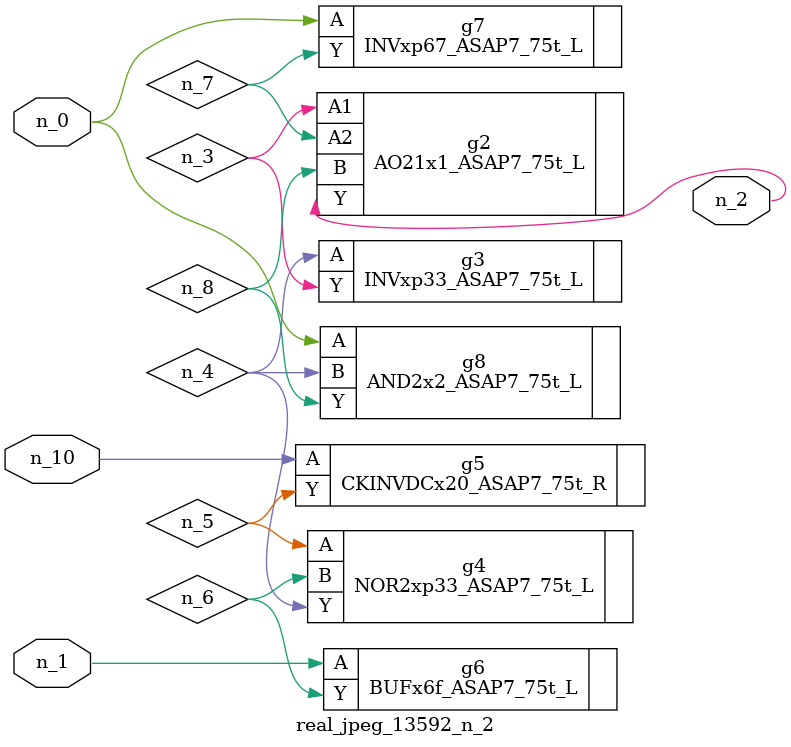
<source format=v>
module real_jpeg_13592_n_2 (n_1, n_10, n_0, n_2);

input n_1;
input n_10;
input n_0;

output n_2;

wire n_5;
wire n_4;
wire n_8;
wire n_6;
wire n_7;
wire n_3;

INVxp67_ASAP7_75t_L g7 ( 
.A(n_0),
.Y(n_7)
);

AND2x2_ASAP7_75t_L g8 ( 
.A(n_0),
.B(n_4),
.Y(n_8)
);

BUFx6f_ASAP7_75t_L g6 ( 
.A(n_1),
.Y(n_6)
);

AO21x1_ASAP7_75t_L g2 ( 
.A1(n_3),
.A2(n_7),
.B(n_8),
.Y(n_2)
);

INVxp33_ASAP7_75t_L g3 ( 
.A(n_4),
.Y(n_3)
);

NOR2xp33_ASAP7_75t_L g4 ( 
.A(n_5),
.B(n_6),
.Y(n_4)
);

CKINVDCx20_ASAP7_75t_R g5 ( 
.A(n_10),
.Y(n_5)
);


endmodule
</source>
